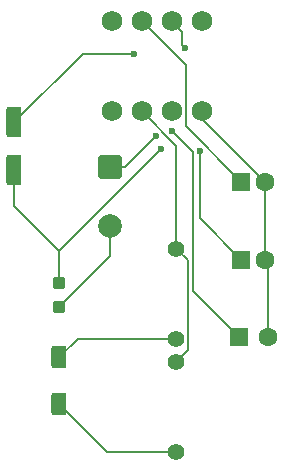
<source format=gbr>
%TF.GenerationSoftware,KiCad,Pcbnew,9.0.6*%
%TF.CreationDate,2025-12-11T22:01:46+06:00*%
%TF.ProjectId,low power audio amp,6c6f7720-706f-4776-9572-20617564696f,rev?*%
%TF.SameCoordinates,Original*%
%TF.FileFunction,Copper,L1,Top*%
%TF.FilePolarity,Positive*%
%FSLAX46Y46*%
G04 Gerber Fmt 4.6, Leading zero omitted, Abs format (unit mm)*
G04 Created by KiCad (PCBNEW 9.0.6) date 2025-12-11 22:01:46*
%MOMM*%
%LPD*%
G01*
G04 APERTURE LIST*
G04 Aperture macros list*
%AMRoundRect*
0 Rectangle with rounded corners*
0 $1 Rounding radius*
0 $2 $3 $4 $5 $6 $7 $8 $9 X,Y pos of 4 corners*
0 Add a 4 corners polygon primitive as box body*
4,1,4,$2,$3,$4,$5,$6,$7,$8,$9,$2,$3,0*
0 Add four circle primitives for the rounded corners*
1,1,$1+$1,$2,$3*
1,1,$1+$1,$4,$5*
1,1,$1+$1,$6,$7*
1,1,$1+$1,$8,$9*
0 Add four rect primitives between the rounded corners*
20,1,$1+$1,$2,$3,$4,$5,0*
20,1,$1+$1,$4,$5,$6,$7,0*
20,1,$1+$1,$6,$7,$8,$9,0*
20,1,$1+$1,$8,$9,$2,$3,0*%
G04 Aperture macros list end*
%TA.AperFunction,SMDPad,CuDef*%
%ADD10RoundRect,0.190500X-0.444500X1.079500X-0.444500X-1.079500X0.444500X-1.079500X0.444500X1.079500X0*%
%TD*%
%TA.AperFunction,ComponentPad*%
%ADD11C,1.727200*%
%TD*%
%TA.AperFunction,ComponentPad*%
%ADD12RoundRect,0.250000X-0.550000X-0.550000X0.550000X-0.550000X0.550000X0.550000X-0.550000X0.550000X0*%
%TD*%
%TA.AperFunction,ComponentPad*%
%ADD13C,1.600000*%
%TD*%
%TA.AperFunction,SMDPad,CuDef*%
%ADD14RoundRect,0.190500X0.444500X-0.762000X0.444500X0.762000X-0.444500X0.762000X-0.444500X-0.762000X0*%
%TD*%
%TA.AperFunction,ComponentPad*%
%ADD15RoundRect,0.250000X-0.750000X0.750000X-0.750000X-0.750000X0.750000X-0.750000X0.750000X0.750000X0*%
%TD*%
%TA.AperFunction,ComponentPad*%
%ADD16C,2.000000*%
%TD*%
%TA.AperFunction,SMDPad,CuDef*%
%ADD17RoundRect,0.150000X0.350000X-0.350000X0.350000X0.350000X-0.350000X0.350000X-0.350000X-0.350000X0*%
%TD*%
%TA.AperFunction,ComponentPad*%
%ADD18C,1.400000*%
%TD*%
%TA.AperFunction,ViaPad*%
%ADD19C,0.600000*%
%TD*%
%TA.AperFunction,Conductor*%
%ADD20C,0.200000*%
%TD*%
G04 APERTURE END LIST*
D10*
%TO.P,U3,1,+9V*%
%TO.N,+9V*%
X58420000Y-58357000D03*
%TO.P,U3,2,GND*%
%TO.N,GND*%
X58420000Y-62357000D03*
%TD*%
D11*
%TO.P,U1,1*%
%TO.N,unconnected-(U1-Pad1)*%
X66675000Y-57404000D03*
%TO.P,U1,2*%
%TO.N,Net-(R1-Pad2)*%
X69215000Y-57404000D03*
%TO.P,U1,3*%
%TO.N,GND*%
X71755000Y-57404000D03*
%TO.P,U1,4*%
X74295000Y-57404000D03*
%TO.P,U1,5*%
%TO.N,Net-(C3-Pad1)*%
X74295000Y-49784000D03*
%TO.P,U1,6*%
%TO.N,+9V*%
X71755000Y-49784000D03*
%TO.P,U1,7*%
%TO.N,Net-(C1-Pad1)*%
X69215000Y-49784000D03*
%TO.P,U1,8*%
%TO.N,unconnected-(U1-Pad8)*%
X66675000Y-49784000D03*
%TD*%
D12*
%TO.P,C3,1*%
%TO.N,Net-(C3-Pad1)*%
X77407888Y-76527000D03*
D13*
%TO.P,C3,2*%
%TO.N,GND*%
X79907888Y-76527000D03*
%TD*%
D14*
%TO.P,U2,1,stereo_LEFT*%
%TO.N,Net-(U2-stereo_LEFT)*%
X62230000Y-82232000D03*
%TO.P,U2,2,stereo_RIGHT*%
%TO.N,Net-(U2-stereo_RIGHT)*%
X62230000Y-78232000D03*
%TD*%
D12*
%TO.P,C2,1*%
%TO.N,+9V*%
X77657888Y-69977000D03*
D13*
%TO.P,C2,2*%
%TO.N,GND*%
X79657888Y-69977000D03*
%TD*%
D15*
%TO.P,C4,1*%
%TO.N,Net-(C3-Pad1)*%
X66548000Y-62148323D03*
D16*
%TO.P,C4,2*%
%TO.N,Net-(C4-Pad2)*%
X66548000Y-67148323D03*
%TD*%
D17*
%TO.P,LS1,1,1*%
%TO.N,Net-(C4-Pad2)*%
X62203000Y-73993000D03*
%TO.P,LS1,2,2*%
%TO.N,GND*%
X62203000Y-71993000D03*
%TD*%
D18*
%TO.P,R2,1*%
%TO.N,Net-(R1-Pad2)*%
X72136000Y-69056000D03*
%TO.P,R2,2*%
%TO.N,Net-(U2-stereo_RIGHT)*%
X72136000Y-76676000D03*
%TD*%
%TO.P,R1,1*%
%TO.N,Net-(U2-stereo_LEFT)*%
X72136000Y-86233000D03*
%TO.P,R1,2*%
%TO.N,Net-(R1-Pad2)*%
X72136000Y-78613000D03*
%TD*%
D12*
%TO.P,C1,1*%
%TO.N,Net-(C1-Pad1)*%
X77657888Y-63427000D03*
D13*
%TO.P,C1,2*%
%TO.N,GND*%
X79657888Y-63427000D03*
%TD*%
D19*
%TO.N,GND*%
X70866000Y-60579000D03*
%TO.N,+9V*%
X74128240Y-60770686D03*
X68580000Y-52578000D03*
X72898000Y-52070000D03*
%TO.N,Net-(C3-Pad1)*%
X71755000Y-59095470D03*
X70441735Y-59479265D03*
%TD*%
D20*
%TO.N,GND*%
X79657888Y-63427000D02*
X74295000Y-58064112D01*
X62203000Y-71993000D02*
X62203000Y-69242000D01*
X58420000Y-65459000D02*
X62203000Y-69242000D01*
X74295000Y-58064112D02*
X74295000Y-57404000D01*
X79907888Y-70227000D02*
X79657888Y-69977000D01*
X62203000Y-69242000D02*
X70866000Y-60579000D01*
X79907888Y-76527000D02*
X79907888Y-70227000D01*
X58420000Y-62357000D02*
X58420000Y-65459000D01*
X79657888Y-63427000D02*
X79657888Y-69977000D01*
%TO.N,Net-(C4-Pad2)*%
X62203000Y-73993000D02*
X66548000Y-69648000D01*
X66548000Y-69648000D02*
X66548000Y-67148323D01*
%TO.N,Net-(C1-Pad1)*%
X72919600Y-58688712D02*
X72919600Y-53488600D01*
X72919600Y-53488600D02*
X69215000Y-49784000D01*
X77657888Y-63427000D02*
X72919600Y-58688712D01*
%TO.N,+9V*%
X74128240Y-66447352D02*
X74128240Y-60770686D01*
X72898000Y-52070000D02*
X72644000Y-51816000D01*
X72644000Y-50673000D02*
X71755000Y-49784000D01*
X72644000Y-51816000D02*
X72644000Y-50673000D01*
X64199000Y-52578000D02*
X68580000Y-52578000D01*
X58420000Y-58357000D02*
X64199000Y-52578000D01*
X77657888Y-69977000D02*
X74128240Y-66447352D01*
%TO.N,Net-(C3-Pad1)*%
X73538000Y-72657112D02*
X73538000Y-60878470D01*
X73538000Y-60878470D02*
X71755000Y-59095470D01*
X77407888Y-76527000D02*
X73538000Y-72657112D01*
X67772677Y-62148323D02*
X70441735Y-59479265D01*
X66548000Y-62148323D02*
X67772677Y-62148323D01*
%TO.N,Net-(R1-Pad2)*%
X73137000Y-70057000D02*
X72136000Y-69056000D01*
X72136000Y-78613000D02*
X73137000Y-77612000D01*
X72136000Y-60325000D02*
X69215000Y-57404000D01*
X69215000Y-57912000D02*
X69215000Y-57404000D01*
X72136000Y-69056000D02*
X72136000Y-60325000D01*
X73137000Y-77612000D02*
X73137000Y-70057000D01*
%TO.N,Net-(U2-stereo_LEFT)*%
X66231000Y-86233000D02*
X72136000Y-86233000D01*
X62230000Y-82232000D02*
X66231000Y-86233000D01*
%TO.N,Net-(U2-stereo_RIGHT)*%
X62230000Y-78232000D02*
X63786000Y-76676000D01*
X63786000Y-76676000D02*
X72136000Y-76676000D01*
%TD*%
M02*

</source>
